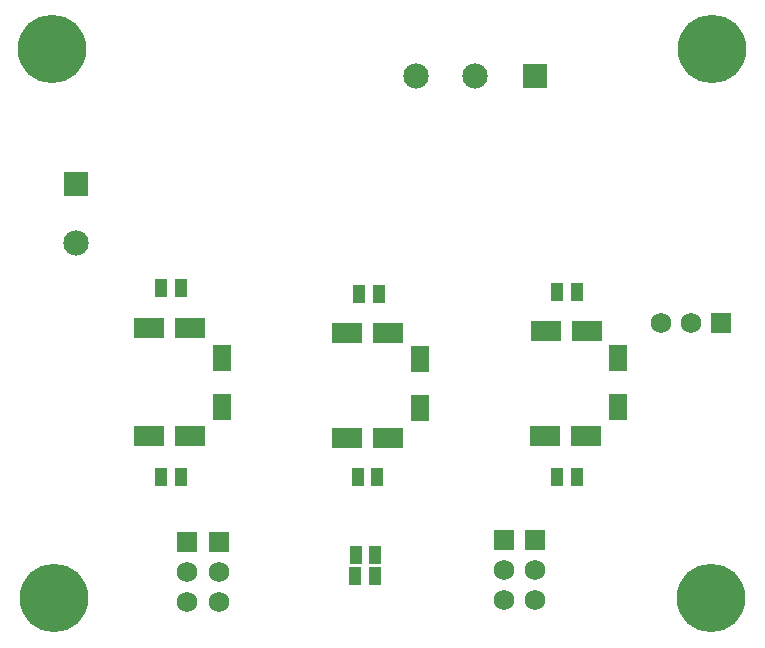
<source format=gbs>
G04*
G04 #@! TF.GenerationSoftware,Altium Limited,Altium Designer,24.0.1 (36)*
G04*
G04 Layer_Color=16711935*
%FSLAX45Y45*%
%MOMM*%
G71*
G04*
G04 #@! TF.SameCoordinates,0B170F52-40F4-4D68-8434-06CE0CB0BF9C*
G04*
G04*
G04 #@! TF.FilePolarity,Negative*
G04*
G01*
G75*
%ADD13R,1.01000X1.49000*%
%ADD15R,1.07000X1.57000*%
%ADD16R,1.65000X2.30000*%
%ADD22C,1.75000*%
%ADD23R,1.75000X1.75000*%
%ADD24R,1.75000X1.75000*%
%ADD25R,2.15000X2.15000*%
%ADD26C,2.15000*%
%ADD27R,2.15000X2.15000*%
%ADD28C,5.80000*%
%ADD49R,2.60000X1.70000*%
G54D13*
X11867600Y8318500D02*
D03*
X11703600D02*
D03*
X10039900Y9918700D02*
D03*
X10203900D02*
D03*
X13556700Y8318500D02*
D03*
X13392700D02*
D03*
X11849100Y7658100D02*
D03*
X11685100D02*
D03*
X13392700Y9880600D02*
D03*
X13556700D02*
D03*
X11716300Y9867900D02*
D03*
X11880300D02*
D03*
X10203900Y8318500D02*
D03*
X10039900D02*
D03*
G54D15*
X11683100Y7480300D02*
D03*
X11849100D02*
D03*
G54D16*
X12230100Y9314200D02*
D03*
Y8904200D02*
D03*
X13906500Y9323600D02*
D03*
Y8913600D02*
D03*
X10553700Y9323600D02*
D03*
Y8913600D02*
D03*
G54D22*
X13208000Y7274560D02*
D03*
Y7528560D02*
D03*
X14528799Y9624060D02*
D03*
X14274800D02*
D03*
X10528300Y7510780D02*
D03*
Y7256780D02*
D03*
X12937399Y7527200D02*
D03*
Y7273200D02*
D03*
X10257700Y7510780D02*
D03*
Y7256780D02*
D03*
G54D23*
X13208000Y7782560D02*
D03*
X10528300Y7764780D02*
D03*
X12937399Y7781200D02*
D03*
X10257700Y7764780D02*
D03*
G54D24*
X14782800Y9624060D02*
D03*
G54D25*
X13200000Y11709400D02*
D03*
G54D26*
X12700000D02*
D03*
X12200000D02*
D03*
X9321800Y10295000D02*
D03*
G54D27*
Y10795000D02*
D03*
G54D28*
X9118600Y11938000D02*
D03*
X14706599D02*
D03*
X14693900Y7289800D02*
D03*
X9131300D02*
D03*
G54D49*
X13296899Y9550400D02*
D03*
X13646899D02*
D03*
X11613400Y9537700D02*
D03*
X11963400D02*
D03*
X11960600Y8648700D02*
D03*
X11610600D02*
D03*
X9937000Y9575800D02*
D03*
X10287000D02*
D03*
X10284200Y8661400D02*
D03*
X9934200D02*
D03*
X13287000D02*
D03*
X13637000D02*
D03*
M02*

</source>
